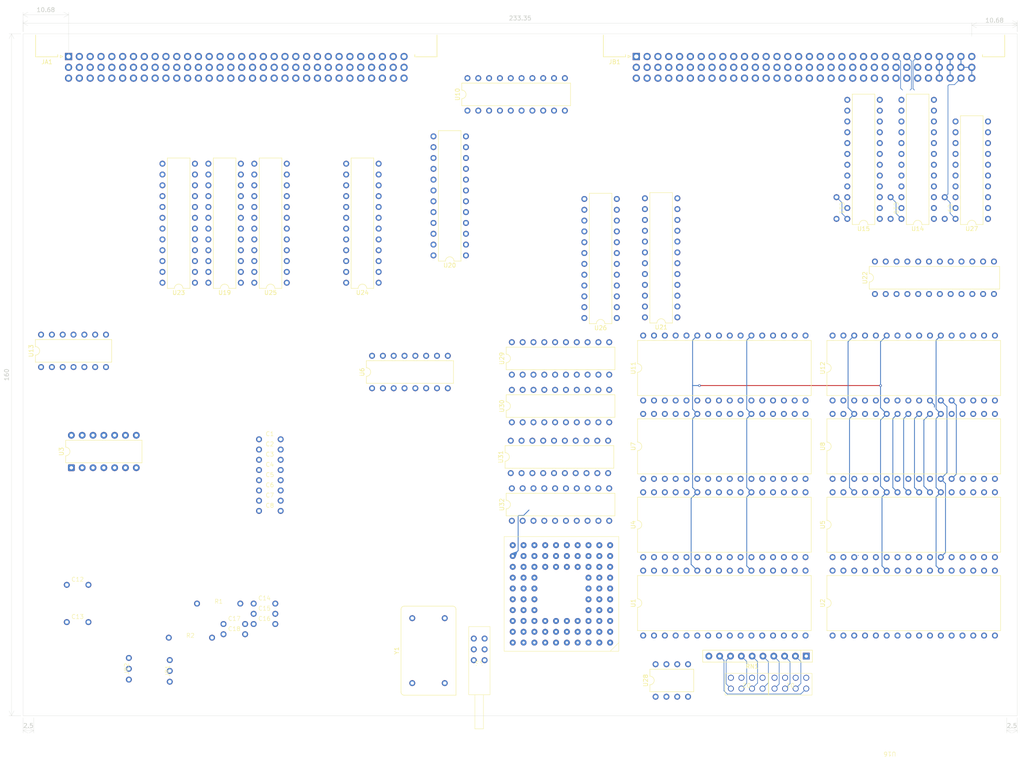
<source format=kicad_pcb>
(kicad_pcb (version 20241229) (generator "pcbnew") (generator_version "9.0")
  (layers (0 "F.Cu" signal) (4 "In1.Cu" signal) (6 "In2.Cu" signal) (2 "B.Cu" signal) (13 "F.Paste" user) (15 "B.Paste" user) (5 "F.SilkS" user "F.Silkscreen") (7 "B.SilkS" user "B.Silkscreen") (1 "F.Mask" user) (3 "B.Mask" user) (25 "Edge.Cuts" user))
  (net 0 "")
  (net 66 "VBAT")
  (net 112 "+5V")
  (net 113 "/A11")
  (net 131 "Net-(U16-Cap_Plus)")
  (net 132 "Net-(U16-Cap_Minus)")
  (net 134 "Analyse")
  (net 141 "/Multibus/ADR8")
  (net 143 "~{CBRQ}")
  (net 147 "/Multibus/DAT7")
  (net 150 "/Multibus/ADR2")
  (net 151 "/Multibus/DAT2")
  (net 153 "/Multibus/ADR18")
  (net 157 "CLK10")
  (net 161 "/Multibus/ADR1")
  (net 163 "/Multibus/ADR15")
  (net 164 "/Multibus/ADR14")
  (net 165 "/Multibus/ADR19")
  (net 166 "/Multibus/ADR10")
  (net 167 "/Multibus/ADR0")
  (net 168 "~{BUSY}")
  (net 169 "/Multibus/DAT3")
  (net 170 "/Multibus/ADR3")
  (net 172 "/Multibus/ADR4")
  (net 174 "/Multibus/ADR11")
  (net 176 "/Multibus/DAT4")
  (net 177 "~{BREQ}")
  (net 178 "/Multibus/ADR12")
  (net 180 "/Multibus/DAT1")
  (net 183 "/Multibus/ADR17")
  (net 185 "/Multibus/DAT0")
  (net 186 "/Multibus/DAT5")
  (net 189 "/Multibus/ADR6")
  (net 190 "/Multibus/ADR7")
  (net 192 "/Multibus/ADR9")
  (net 193 "/Multibus/ADR16")
  (net 196 "/Multibus/ADR5")
  (net 197 "~{BPRN}")
  (net 199 "/Multibus/ADR13")
  (net 201 "/Multibus/DAT6")
  (net 202 "/RAM_SIZE")
  (net 203 "~{MCE1}")
  (net 216 "Net-(JP2-B)")
  (net 227 "Net-(JP2-A)")
  (net 230 "TPU_CLK")
  (net 233 "Net-(R1-Pad1)")
  (net 234 "EXT_CLK")
  (net 236 "Net-(RN1.2-R2.2)")
  (net 237 "Net-(RN1.5-R5.2)")
  (net 239 "Net-(RN1.8-R8.2)")
  (net 242 "Net-(RN1.3-R3.2)")
  (net 245 "Net-(RN1.4-R4.2)")
  (net 247 "Net-(RN1.6-R6.2)")
  (net 249 "Net-(RN1.1-R1.2)")
  (net 252 "Net-(RN1.7-R7.2)")
  (net 270 "/RAM/D7")
  (net 304 "~{MCE0}")
  (net 310 "/RAM/D3")
  (net 316 "~{MOE}")
  (net 317 "/RAM/D1")
  (net 318 "/RAM/D4")
  (net 319 "/RAM/D5")
  (net 320 "~{WB0}")
  (net 321 "/RAM/D0")
  (net 322 "/RAM/D6")
  (net 323 "PCLK")
  (net 324 "Net-(U21-I8)")
  (net 325 "Net-(U21-I7)")
  (net 326 "/RAM/D2")
  (net 327 "Net-(U21-I2)")
  (net 328 "Net-(U21-I{slash}O2)")
  (net 329 "Net-(U22-I7)")
  (net 330 "Net-(U23-I{slash}O7)")
  (net 331 "~{ALE}")
  (net 332 "unconnected-(U3-Pad2)")
  (net 333 "Net-(U28-PFI)")
  (net 336 "RESET_FROM_PC")
  (net 337 "~{INIT}")
  (net 338 "~{BCLK}")
  (net 339 "~{MRDC}")
  (net 340 "~{IOWC}")
  (net 341 "~{IORC}")
  (net 342 "~{XACK}")
  (net 343 "~{MWRC}")
  (net 345 "/~{RESET}")
  (net 346 "MRDC")
  (net 347 "IOWC")
  (net 348 "IORC")
  (net 349 "MWRC")
  (net 350 "Net-(U10-OEa)")
  (net 351 "RESET")
  (net 352 "RESET_FROM_BUTTON")
  (net 356 "Net-(U23-I12)")
  (net 358 "/RAM/D8")
  (net 359 "/RAM/D15")
  (net 360 "/RAM/D14")
  (net 361 "~{WB1}")
  (net 362 "/RAM/D9")
  (net 363 "/RAM/D12")
  (net 364 "/RAM/D13")
  (net 365 "/RAM/D11")
  (net 366 "/RAM/D10")
  (net 379 "/RAM/D17")
  (net 380 "/RAM/D18")
  (net 381 "~{WB2}")
  (net 382 "/RAM/D19")
  (net 383 "/RAM/D23")
  (net 384 "/RAM/D21")
  (net 385 "/RAM/D20")
  (net 386 "/RAM/D16")
  (net 387 "/RAM/D22")
  (net 388 "/RAM/D30")
  (net 389 "/RAM/D31")
  (net 390 "/RAM/D26")
  (net 391 "/RAM/D28")
  (net 392 "/RAM/D25")
  (net 393 "/RAM/D24")
  (net 394 "/RAM/D27")
  (net 395 "~{WB3}")
  (net 396 "/RAM/D29")
  (net 397 "Net-(U17.1-C)")
  (net 398 "BCLK")
  (net 399 "BUS_LE")
  (net 400 "~{BUS_OE}")
  (net 401 "Net-(U16-Mem_Rf)")
  (net 402 "Net-(U19-I{slash}O3)")
  (net 403 "Net-(U19-I{slash}O6)")
  (net 404 "/LED/D7")
  (net 405 "/LED/D4")
  (net 406 "/LED/D0")
  (net 407 "/LED/D2")
  (net 408 "/LED/D6")
  (net 409 "Net-(U19-I{slash}O2)")
  (net 410 "Net-(U19-I{slash}O0)")
  (net 411 "Net-(U19-I{slash}O5)")
  (net 412 "/LED/D5")
  (net 413 "Net-(U19-I{slash}O4)")
  (net 414 "Net-(U19-I{slash}O1)")
  (net 415 "/LED/D1")
  (net 416 "Net-(U19-I{slash}O7)")
  (net 417 "/LED/D3")
  (net 419 "Net-(U20-CLK{slash}I0)")
  (net 421 "Net-(U22-I9)")
  (net 424 "Net-(U24-CLK{slash}I0)")
  (net 426 "BUS_DIR")
  (net 428 "/LATCH/A23")
  (net 429 "/LATCH/A22")
  (net 430 "/LATCH/A20")
  (net 431 "/LATCH/A21")
  (net 433 "/LATCH/A26")
  (net 434 "/LATCH/A24")
  (net 436 "/LATCH/A29")
  (net 437 "/LATCH/A25")
  (net 438 "/LATCH/A27")
  (net 440 "/LATCH/A28")
  (net 442 "DM")
  (net 443 "A10")
  (net 444 "A6")
  (net 445 "A1")
  (net 446 "A9")
  (net 447 "A8")
  (net 448 "A13")
  (net 449 "A15")
  (net 450 "A11")
  (net 451 "A3")
  (net 452 "A2")
  (net 453 "A5")
  (net 454 "A16")
  (net 455 "A7")
  (net 456 "A12")
  (net 457 "A4")
  (net 458 "A14")
  (net 459 "A0")
  (net 460 "A17")
  (net 461 "A18")
  (net 462 "A19")
  (net 463 "AD9")
  (net 464 "AD26")
  (net 465 "RfD1")
  (net 466 "AD16")
  (net 467 "AD22")
  (net 468 "AD21")
  (net 469 "AD10")
  (net 470 "AD13")
  (net 471 "AD31")
  (net 472 "AD28")
  (net 473 "AD14")
  (net 474 "AD7")
  (net 475 "AD20")
  (net 476 "AD25")
  (net 477 "AD4")
  (net 478 "AD30")
  (net 479 "WrD0")
  (net 480 "AD17")
  (net 481 "AD8")
  (net 482 "AD18")
  (net 483 "AD24")
  (net 484 "AD2")
  (net 485 "AD29")
  (net 486 "AD19")
  (net 487 "AD5")
  (net 488 "AD12")
  (net 489 "AD27")
  (net 490 "AD3")
  (net 491 "AD6")
  (net 492 "AD23")
  (net 493 "AD15")
  (net 494 "AD11")
  (footprint "tpu:C104" (layer "F.Cu") (at 153.35 217.235)
    (property "Reference" "C16")
    (property "Value" "100nF")
  )
  (footprint "tpu:Oscillator_DIP-14-tight" (layer "F.Cu") (at 195.657 231.106 90)
    (property "Reference" "Y1")
    (property "Value" "IQXO-350C")
  )
  (footprint "tpu:DIP-32_W15.24mm-tight" (layer "F.Cu") (at 242.235 183.16 90)
    (property "Reference" "U7")
    (property "Value" "V62C5181024LL-70P")
  )
  (footprint "tpu:C104" (layer "F.Cu") (at 154.61 190.685)
    (property "Reference" "C8")
    (property "Value" "100nF")
  )
  (footprint "Resistor_THT:R_Array_SIP10" (layer "F.Cu") (at 280.505 224.77 180)
    (property "Reference" "RN1")
    (property "Value" "1k")
  )
  (footprint "tpu:DIP-32_W15.24mm-tight" (layer "F.Cu") (at 242.235 164.77 90)
    (property "Reference" "U11")
    (property "Value" "V62C5181024LL-70P")
  )
  (footprint "tpu:C104" (layer "F.Cu") (at 154.61 188.285)
    (property "Reference" "C7")
    (property "Value" "100nF")
  )
  (footprint "tpu:0903196X921" (layer "F.Cu") (at 279.985 78.8)
    (property "Reference" "JB1")
    (property "Value" "0903196X921")
  )
  (footprint "tpu:C104" (layer "F.Cu") (at 153.35 214.835)
    (property "Reference" "C15")
    (property "Value" "100nF")
  )
  (footprint "tpu:DIP-14_W7.62mm-tight" (layer "F.Cu") (at 100.915 156.933 90)
    (property "Reference" "U13")
    (property "Value" "74S37")
  )
  (footprint "tpu:C104" (layer "F.Cu") (at 154.61 178.685)
    (property "Reference" "C3")
    (property "Value" "100nF")
  )
  (footprint "tpu:C104" (layer "F.Cu") (at 154.61 176.285)
    (property "Reference" "C2")
    (property "Value" "100nF")
  )
  (footprint "tpu:C104" (layer "F.Cu") (at 287.605 119.6 -90)
    (property "Reference" "C11")
    (property "Value" "100nF")
  )
  (footprint "tpu:R101" (layer "F.Cu") (at 142.6 212.435)
    (property "Reference" "R1")
    (property "Value" "100")
  )
  (footprint "tpu:DIP-24_W7.62mm-tight" (layer "F.Cu") (at 147.805 137.13 180)
    (property "Reference" "U19")
    (property "Value" "PALCE20V8H-15PC/4")
  )
  (footprint "tpu:DIP-32_W15.24mm-tight" (layer "F.Cu") (at 286.685 219.94 90)
    (property "Reference" "U2")
    (property "Value" "V62C5181024LL-70P")
  )
  (footprint "tpu:DIP-8_W7.62mm-tight" (layer "F.Cu") (at 245.148 234.295 90)
    (property "Reference" "U28")
    (property "Value" "MAX690xPA")
  )
  (footprint "tpu:555-4001" (layer "F.Cu") (at 266.535 231.12 180)
    (property "Reference" "D2")
    (property "Value" "~")
  )
  (footprint "tpu:DIP-20_W7.62mm-tight" (layer "F.Cu") (at 323.165 122.14 180)
    (property "Reference" "U27")
    (property "Value" "74F640")
  )
  (footprint "tpu:DIP-20_W7.62mm-tight" (layer "F.Cu") (at 211.405 169.887 90)
    (property "Reference" "U30")
    (property "Value" "74F573")
  )
  (footprint "tpu:DIP-20_W7.62mm-tight" (layer "F.Cu") (at 211.405 158.711 90)
    (property "Reference" "U29")
    (property "Value" "74F573")
  )
  (footprint "tpu:DIP-32_W15.24mm-tight" (layer "F.Cu") (at 242.235 219.94 90)
    (property "Reference" "U1")
    (property "Value" "V62C5181024LL-70P")
  )
  (footprint "tpu:C104" (layer "F.Cu") (at 146.27 219.635)
    (property "Reference" "C18")
    (property "Value" "100nF")
  )
  (footprint "tpu:DIP-32_W15.24mm-tight" (layer "F.Cu") (at 242.235 201.55 90)
    (property "Reference" "U4")
    (property "Value" "V62C5181024LL-70P")
  )
  (footprint "tpu:1840.6131" (layer "F.Cu") (at 203.745 223.186)
    (property "Reference" "S1")
    (property "Value" "~")
  )
  (footprint "tpu:C104" (layer "F.Cu") (at 300.305 119.6 -90)
    (property "Reference" "C10")
    (property "Value" "100nF")
  )
  (footprint "tpu:DIP-24_W7.62mm-tight" (layer "F.Cu") (at 236.045 145.41 180)
    (property "Reference" "U26")
    (property "Value" "PALCE20V8H-15PC/4")
  )
  (footprint "tpu:C104" (layer "F.Cu") (at 109.49 208.035)
    (property "Reference" "C12")
    (property "Value" "100nF")
  )
  (footprint "tpu:C104" (layer "F.Cu") (at 154.61 181.085)
    (property "Reference" "C4")
    (property "Value" "100nF")
  )
  (footprint "tpu:C104" (layer "F.Cu") (at 154.61 183.485)
    (property "Reference" "C5")
    (property "Value" "100nF")
  )
  (footprint "tpu:C104" (layer "F.Cu") (at 313.005 119.6 -90)
    (property "Reference" "C9")
    (property "Value" "100nF")
  )
  (footprint "tpu:DIP-24_W7.62mm-tight" (layer "F.Cu") (at 296.62 139.78 90)
    (property "Reference" "U22")
    (property "Value" "PALCE20V8H-15PC/4")
  )
  (footprint "tpu:DIP-32_W15.24mm-tight" (layer "F.Cu") (at 286.685 201.55 90)
    (property "Reference" "U5")
    (property "Value" "V62C5181024LL-70P")
  )
  (footprint "tpu:DIP-32_W15.24mm-tight" (layer "F.Cu") (at 286.685 183.16 90)
    (property "Reference" "U8")
    (property "Value" "V62C5181024LL-70P")
  )
  (footprint "tpu:0903196X921" (layer "F.Cu") (at 146.735 78.8)
    (property "Reference" "JA1")
    (property "Value" "0903196X921")
  )
  (footprint "tpu:Jumper" (layer "F.Cu") (at 131.12 228.235 90)
    (property "Reference" "JP1")
    (property "Value" "Jumper")
  )
  (footprint "tpu:C104" (layer "F.Cu") (at 109.49 216.785)
    (property "Reference" "C13")
    (property "Value" "100nF")
  )
  (footprint "tpu:C104" (layer "F.Cu") (at 154.61 185.885)
    (property "Reference" "C6")
    (property "Value" "100nF")
  )
  (footprint "tpu:DIP-16_W7.62mm-tight" (layer "F.Cu") (at 178.6 161.9 90)
    (property "Reference" "U6")
    (property "Value" "74LS123")
  )
  (footprint "tpu:DIP-24_W7.62mm-tight" (layer "F.Cu") (at 310.465 122.14 180)
    (property "Reference" "U14")
    (property "Value" "74F842")
  )
  (footprint "tpu:C104" (layer "F.Cu") (at 154.61 173.885)
    (property "Reference" "C1")
    (property "Value" "100nF")
  )
  (footprint "tpu:DIP-20_W7.62mm-tight" (layer "F.Cu") (at 211.405 193.006 90)
    (property "Reference" "U32")
    (property "Value" "74F573")
  )
  (footprint "tpu:DIP-24_W7.62mm-tight" (layer "F.Cu") (at 180.145 137.13 180)
    (property "Reference" "U24")
    (property "Value" "PALCE20V8H-15PC/4")
  )
  (footprint "tpu:DIP-32_W15.24mm-tight" (layer "F.Cu") (at 286.685 164.77 90)
    (property "Reference" "U12")
    (property "Value" "V62C5181024LL-70P")
  )
  (footprint "tpu:DIP-24_W7.62mm-tight" (layer "F.Cu") (at 200.635 130.72 180)
    (property "Reference" "U20")
    (property "Value" "PALCE20V8H-15PC/4")
  )
  (footprint "tpu:DIP-24_W7.62mm-tight" (layer "F.Cu") (at 250.262 145.254 180)
    (property "Reference" "U21")
    (property "Value" "PALCE20V8H-15PC/4")
  )
  (footprint "Package_DIP:DIP-14_W7.62mm" (layer "F.Cu") (at 108.027 180.555 90)
    (property "Reference" "U3")
    (property "Value" "74F32")
  )
  (footprint "tpu:DIP-24_W7.62mm-tight" (layer "F.Cu") (at 137.025 137.13 180)
    (property "Reference" "U23")
    (property "Value" "PALCE20V8H-15PC/4")
  )
  (footprint "tpu:DIP-24_W7.62mm-tight" (layer "F.Cu") (at 297.765 122.14 180)
    (property "Reference" "U15")
    (property "Value" "74F842")
  )
  (footprint "tpu:DIP-20_W7.62mm-tight" (layer "F.Cu") (at 200.991 96.74 90)
    (property "Reference" "U10")
    (property "Value" "74F240")
  )
  (footprint "tpu:555-4001" (layer "F.Cu") (at 276.785 231.12 180)
    (property "Reference" "D1")
    (property "Value" "~")
  )
  (footprint "tpu:C104" (layer "F.Cu") (at 153.35 212.435)
    (property "Reference" "C14")
    (property "Value" "100nF")
  )
  (footprint "tpu:Jumper" (layer "F.Cu") (at 121.52 227.735 90)
    (property "Reference" "JP2")
    (property "Value" "Jumper")
  )
  (footprint "tpu:R101" (layer "F.Cu") (at 135.967 220.438)
    (property "Reference" "R2")
    (property "Value" "100")
  )
  (footprint "tpu:C104" (layer "F.Cu") (at 146.27 217.235)
    (property "Reference" "C17")
    (property "Value" "100nF")
  )
  (footprint "tpu:DIP-20_W7.62mm-tight" (layer "F.Cu") (at 211.151 181.825 90)
    (property "Reference" "U31")
    (property "Value" "74F573")
  )
  (footprint "tpu:DIP-24_W7.62mm-tight" (layer "F.Cu") (at 158.585 137.13 180)
    (property "Reference" "U25")
    (property "Value" "PALCE20V8H-15PC/4")
  )
  (footprint "tpu:84pin grid array" (layer "F.Cu") (at 223.05 210.165 180)
    (property "Reference" "U16")
    (property "Value" "~")
  )
  (gr_rect (start 96.685 78.74) (end 330.035 238.74) (stroke (width 0.05)) (fill no) (layer "Edge.Cuts"))
  (dimension (type orthogonal) (layer "Edge.Cuts") (pts (xy 330.035 238.74) (xy 327.535 238.74)) (height 3.5) (orientation 0) (format (prefix "") (suffix "") (units 3) (units_format 0) (precision 4) (suppress_zeroes yes)) (style (thickness 0.05) (arrow_length 1.27) (text_position_mode 0) (arrow_direction outward) (extension_height 0.58642) (extension_offset 0.5) (keep_text_aligned yes)) (gr_text "2,5" (at 328.785 241.09 0) (layer "Edge.Cuts") (effects (font (size 1 1) (thickness 0.15)))))
  (dimension (type orthogonal) (layer "Edge.Cuts") (pts (xy 330.035 78.74) (xy 319.355 79.8)) (height -2.03) (orientation 0) (format (prefix "") (suffix "") (units 3) (units_format 0) (precision 4) (suppress_zeroes yes)) (style (thickness 0.05) (arrow_length 1.27) (text_position_mode 0) (arrow_direction outward) (extension_height 0.58642) (extension_offset 0.5) (keep_text_aligned yes)) (gr_text "10,68" (at 324.695 75.56 0) (layer "Edge.Cuts") (effects (font (size 1 1) (thickness 0.15)))))
  (dimension (type orthogonal) (layer "Edge.Cuts") (pts (xy 96.685 78.74) (xy 330.035 78.74)) (height -2.54) (orientation 0) (format (prefix "") (suffix "") (units 3) (units_format 0) (precision 4) (suppress_zeroes yes)) (style (thickness 0.05) (arrow_length 1.27) (text_position_mode 0) (arrow_direction outward) (extension_height 0.58642) (extension_offset 0.5) (keep_text_aligned yes)) (gr_text "233,35" (at 213.36 75.05 0) (layer "Edge.Cuts") (effects (font (size 1 1) (thickness 0.15)))))
  (dimension (type orthogonal) (layer "Edge.Cuts") (pts (xy 96.685 78.74) (xy 107.365 84.39)) (height -4.5) (orientation 0) (format (prefix "") (suffix "") (units 3) (units_format 0) (precision 5) (suppress_zeroes yes)) (style (thickness 0.05) (arrow_length 1.27) (text_position_mode 0) (arrow_direction outward) (extension_height 0.58642) (extension_offset 0.5) (keep_text_aligned yes)) (gr_text "10,68" (at 102.025 73.09 0) (layer "Edge.Cuts") (effects (font (size 1 1) (thickness 0.15)))))
  (dimension (type orthogonal) (layer "Edge.Cuts") (pts (xy 99.185 238.74) (xy 96.685 238.74)) (height 3.5) (orientation 0) (format (prefix "") (suffix "") (units 3) (units_format 0) (precision 4) (suppress_zeroes yes)) (style (thickness 0.05) (arrow_length 1.27) (text_position_mode 0) (arrow_direction outward) (extension_height 0.58642) (extension_offset 0.5) (keep_text_aligned yes)) (gr_text "2,5" (at 97.935 241.09 0) (layer "Edge.Cuts") (effects (font (size 1 1) (thickness 0.15)))))
  (dimension (type orthogonal) (layer "Edge.Cuts") (pts (xy 96.685 238.74) (xy 96.685 78.74)) (height -2.705) (orientation 1) (format (prefix "") (suffix "") (units 3) (units_format 0) (precision 4) (suppress_zeroes yes)) (style (thickness 0.05) (arrow_length 1.27) (text_position_mode 0) (arrow_direction outward) (extension_height 0.58642) (extension_offset 0.5) (keep_text_aligned yes)) (gr_text "160" (at 92.83 158.74 90) (layer "Edge.Cuts") (effects (font (size 1 1) (thickness 0.15)))))
  (segment (start 313.005 117.06) (end 313.767 116.298) (width 0.15) (layer "B.Cu") (net 112))
  (segment (start 315.291 90.644) (end 316.815 89.12) (width 0.15) (layer "B.Cu") (net 112))
  (segment (start 319.355 86.58) (end 316.815 86.58) (width 0.2) (layer "B.Cu") (net 112))
  (segment (start 288.875 118.33) (end 288.875 120.87) (width 0.15) (layer "B.Cu") (net 112))
  (segment (start 292.697 201.137082) (end 292.716 201.156082) (width 0.2) (layer "B.Cu") (net 112))
  (segment (start 291.765 149.53) (end 290.326 150.969) (width 0.2) (layer "B.Cu") (net 112))
  (segment (start 290.664 169.021) (end 290.664 185.209) (width 0.2) (layer "B.Cu") (net 112))
  (segment (start 314.275 118.33) (end 314.275 120.87) (width 0.15) (layer "B.Cu") (net 112))
  (segment (start 313.005 117.06) (end 314.275 118.33) (width 0.15) (layer "B.Cu") (net 112))
  (segment (start 287.605 117.06) (end 288.875 118.33) (width 0.15) (layer "B.Cu") (net 112))
  (segment (start 300.305 117.06) (end 301.575 118.33) (width 0.15) (layer "B.Cu") (net 112))
  (segment (start 290.664 185.209) (end 291.765 186.31) (width 0.2) (layer "B.Cu") (net 112))
  (segment (start 301.575 118.33) (end 301.575 120.87) (width 0.15) (layer "B.Cu") (net 112))
  (segment (start 319.355 86.58) (end 319.355 89.12) (width 0.2) (layer "B.Cu") (net 112))
  (segment (start 288.875 120.87) (end 290.145 122.14) (width 0.15) (layer "B.Cu") (net 112))
  (segment (start 313.767 116.298) (end 313.767 90.898) (width 0.15) (layer "B.Cu") (net 112))
  (segment (start 314.021 90.644) (end 315.291 90.644) (width 0.15) (layer "B.Cu") (net 112))
  (segment (start 301.575 120.87) (end 302.845 122.14) (width 0.15) (layer "B.Cu") (net 112))
  (segment (start 290.326 150.969) (end 290.326 166.481) (width 0.2) (layer "B.Cu") (net 112))
  (segment (start 316.815 84.04) (end 316.815 86.58) (width 0.2) (layer "B.Cu") (net 112))
  (segment (start 314.275 120.87) (end 315.545 122.14) (width 0.15) (layer "B.Cu") (net 112))
  (segment (start 313.767 90.898) (end 314.021 90.644) (width 0.15) (layer "B.Cu") (net 112))
  (segment (start 290.326 166.481) (end 291.765 167.92) (width 0.2) (layer "B.Cu") (net 112))
  (segment (start 291.765 167.92) (end 290.664 169.021) (width 0.2) (layer "B.Cu") (net 112))
  (segment (start 305.579 91.6) (end 305.893 91.914) (width 0.15) (layer "B.Cu") (net 151))
  (segment (start 305.579 85.116) (end 305.579 91.6) (width 0.15) (layer "B.Cu") (net 151))
  (segment (start 306.655 84.04) (end 305.579 85.116) (width 0.15) (layer "B.Cu") (net 151))
  (segment (start 305.191 91.6) (end 304.877 91.914) (width 0.15) (layer "B.Cu") (net 176))
  (segment (start 304.115 84.04) (end 305.191 85.116) (width 0.15) (layer "B.Cu") (net 176))
  (segment (start 305.191 85.116) (end 305.191 91.6) (width 0.15) (layer "B.Cu") (net 176))
  (segment (start 301.575 84.04) (end 302.651 85.116) (width 0.15) (layer "B.Cu") (net 201))
  (segment (start 302.651 85.116) (end 302.651 91.466) (width 0.15) (layer "B.Cu") (net 201))
  (segment (start 302.651 91.466) (end 303.099 91.914) (width 0.15) (layer "B.Cu") (net 201))
  (segment (start 312.085 167.92) (end 310.984 169.021) (width 0.2) (layer "B.Cu") (net 203))
  (segment (start 310.984 185.209) (end 312.085 186.31) (width 0.2) (layer "B.Cu") (net 203))
  (segment (start 310.984 166.819) (end 312.085 167.92) (width 0.2) (layer "B.Cu") (net 203))
  (segment (start 312.085 149.53) (end 310.984 150.631) (width 0.2) (layer "B.Cu") (net 203))
  (segment (start 310.984 169.021) (end 310.984 185.209) (width 0.2) (layer "B.Cu") (net 203))
  (segment (start 310.984 187.411) (end 310.984 203.599) (width 0.2) (layer "B.Cu") (net 203))
  (segment (start 310.984 203.599) (end 312.085 204.7) (width 0.2) (layer "B.Cu") (net 203))
  (segment (start 310.984 150.631) (end 310.984 166.819) (width 0.2) (layer "B.Cu") (net 203))
  (segment (start 312.085 186.31) (end 310.984 187.411) (width 0.2) (layer "B.Cu") (net 203))
  (segment (start 276.695 231.24) (end 275.545 232.39) (width 0.15) (layer "B.Cu") (net 236))
  (segment (start 275.425 224.77) (end 276.695 226.04) (width 0.15) (layer "B.Cu") (net 236))
  (segment (start 276.695 226.04) (end 276.695 231.24) (width 0.15) (layer "B.Cu") (net 236))
  (segment (start 269.075 226.04) (end 269.075 231.12) (width 0.15) (layer "B.Cu") (net 237))
  (segment (start 269.045 231.12) (end 267.775 232.39) (width 0.15) (layer "B.Cu") (net 237))
  (segment (start 269.075 231.12) (end 269.045 231.12) (width 0.15) (layer "B.Cu") (net 237))
  (segment (start 267.805 224.77) (end 269.075 226.04) (width 0.15) (layer "B.Cu") (net 237))
  (segment (start 279.235 233.66) (end 261.963 233.66) (width 0.15) (layer "B.Cu") (net 239))
  (segment (start 280.505 232.39) (end 279.235 233.66) (width 0.15) (layer "B.Cu") (net 239))
  (segment (start 261.201 225.786) (end 260.185 224.77) (width 0.15) (layer "B.Cu") (net 239))
  (segment (start 261.201 232.898) (end 261.201 225.786) (width 0.15) (layer "B.Cu") (net 239))
  (segment (start 261.963 233.66) (end 261.201 232.898) (width 0.15) (layer "B.Cu") (net 239))
  (segment (start 274.155 226.04) (end 274.155 231.3) (width 0.15) (layer "B.Cu") (net 242))
  (segment (start 274.155 231.3) (end 273.065 232.39) (width 0.15) (layer "B.Cu") (net 242))
  (segment (start 272.885 224.77) (end 274.155 226.04) (width 0.15) (layer "B.Cu") (net 242))
  (segment (start 271.525 231.12) (end 270.255 232.39) (width 0.15) (layer "B.Cu") (net 245))
  (segment (start 271.615 231.12) (end 271.525 231.12) (width 0.15) (layer "B.Cu") (net 245))
  (segment (start 270.345 224.77) (end 271.615 226.04) (width 0.15) (layer "B.Cu") (net 245))
  (segment (start 271.615 226.04) (end 271.615 231.12) (width 0.15) (layer "B.Cu") (net 245))
  (segment (start 266.535 231.15) (end 265.295 232.39) (width 0.15) (layer "B.Cu") (net 247))
  (segment (start 265.265 224.77) (end 266.535 226.04) (width 0.15) (layer "B.Cu") (net 247))
  (segment (start 266.535 226.04) (end 266.535 231.15) (width 0.15) (layer "B.Cu") (net 247))
  (segment (start 277.965 224.77) (end 279.235 226.04) (width 0.15) (layer "B.Cu") (net 249))
  (segment (start 279.235 226.04) (end 279.235 231.18) (width 0.15) (layer "B.Cu") (net 249))
  (segment (start 279.235 231.18) (end 278.025 232.39) (width 0.15) (layer "B.Cu") (net 249))
  (segment (start 262.725 224.77) (end 261.709 225.786) (width 0.15) (layer "B.Cu") (net 252))
  (segment (start 261.709 225.786) (end 261.709 231.284) (width 0.15) (layer "B.Cu") (net 252))
  (segment (start 261.709 231.284) (end 262.815 232.39) (width 0.15) (layer "B.Cu") (net 252))
  (segment (start 266.534 187.411) (end 266.534 203.599) (width 0.2) (layer "B.Cu") (net 304))
  (segment (start 267.635 149.53) (end 266.534 150.631) (width 0.2) (layer "B.Cu") (net 304))
  (segment (start 266.534 185.209) (end 267.635 186.31) (width 0.2) (layer "B.Cu") (net 304))
  (segment (start 266.534 203.599) (end 267.635 204.7) (width 0.2) (layer "B.Cu") (net 304))
  (segment (start 266.534 169.021) (end 266.534 185.209) (width 0.2) (layer "B.Cu") (net 304))
  (segment (start 266.534 166.819) (end 267.635 167.92) (width 0.2) (layer "B.Cu") (net 304))
  (segment (start 267.635 186.31) (end 266.534 187.411) (width 0.2) (layer "B.Cu") (net 304))
  (segment (start 267.635 167.92) (end 266.534 169.021) (width 0.2) (layer "B.Cu") (net 304))
  (segment (start 266.534 150.631) (end 266.534 166.819) (width 0.2) (layer "B.Cu") (net 304))
  (segment (start 305.904 185.209) (end 307.005 186.31) (width 0.2) (layer "B.Cu") (net 316))
  (segment (start 305.904 169.021) (end 305.904 185.209) (width 0.2) (layer "B.Cu") (net 316))
  (segment (start 307.005 167.92) (end 305.904 169.021) (width 0.2) (layer "B.Cu") (net 316))
  (segment (start 311.735 86.58) (end 311.735 89.12) (width 0.2) (layer "B.Cu") (net 442))
  (segment (start 314.275 84.04) (end 314.275 86.58) (width 0.2) (layer "B.Cu") (net 442))
  (segment (start 314.275 86.58) (end 314.275 89.12) (width 0.2) (layer "B.Cu") (net 442))
  (segment (start 311.735 84.04) (end 311.735 86.58) (width 0.2) (layer "B.Cu") (net 442))
  (segment (start 309.545 167.92) (end 308.106 169.359) (width 0.2) (layer "B.Cu") (net 443))
  (segment (start 308.106 184.871) (end 309.545 186.31) (width 0.2) (layer "B.Cu") (net 443))
  (segment (start 308.106 169.359) (end 308.106 184.871) (width 0.2) (layer "B.Cu") (net 443))
  (segment (start 312.085 183.16) (end 313.186 184.261) (width 0.2) (layer "B.Cu") (net 445))
  (segment (start 312.085 164.77) (end 313.524 166.209) (width 0.2) (layer "B.Cu") (net 445))
  (segment (start 313.186 200.449) (end 312.085 201.55) (width 0.2) (layer "B.Cu") (net 445))
  (segment (start 313.524 181.721) (end 312.085 183.16) (width 0.2) (layer "B.Cu") (net 445))
  (segment (start 313.524 166.209) (end 313.524 181.721) (width 0.2) (layer "B.Cu") (net 445))
  (segment (start 313.186 184.261) (end 313.186 200.449) (width 0.2) (layer "B.Cu") (net 445))
  (segment (start 300.824 185.209) (end 301.925 186.31) (width 0.2) (layer "B.Cu") (net 446))
  (segment (start 300.824 169.021) (end 300.824 185.209) (width 0.2) (layer "B.Cu") (net 446))
  (segment (start 301.925 167.92) (end 300.824 169.021) (width 0.2) (layer "B.Cu") (net 446))
  (segment (start 255.435 161.27) (end 297.946 161.27) (width 0.2) (layer "F.Cu") (net 447))
  (via (at 297.946 161.27) (size 0.6) (drill 0.3) (layers "F.Cu" "B.Cu") (net 447))
  (via (at 255.435 161.27) (size 0.6) (drill 0.3) (layers "F.Cu" "B.Cu") (net 447))
  (segment (start 253.834 166.819) (end 254.935 167.92) (width 0.2) (layer "B.Cu") (net 447))
  (segment (start 254.935 149.53) (end 253.834 150.631) (width 0.2) (layer "B.Cu") (net 447))
  (segment (start 297.946 184.871) (end 299.385 186.31) (width 0.2) (layer "B.Cu") (net 447))
  (segment (start 297.946 169.359) (end 297.946 184.871) (width 0.2) (layer "B.Cu") (net 447))
  (segment (start 253.834 150.631) (end 253.834 161.27) (width 0.2) (layer "B.Cu") (net 447))
  (segment (start 254.935 167.92) (end 253.834 169.021) (width 0.2) (layer "B.Cu") (net 447))
  (segment (start 299.385 186.31) (end 298.284 187.411) (width 0.2) (layer "B.Cu") (net 447))
  (segment (start 253.834 169.021) (end 253.834 185.209) (width 0.2) (layer "B.Cu") (net 447))
  (segment (start 297.946 150.969) (end 297.946 161.27) (width 0.2) (layer "B.Cu") (net 447))
  (segment (start 253.496 187.749) (end 253.496 203.261) (width 0.2) (layer "B.Cu") (net 447))
  (segment (start 297.946 166.481) (end 299.385 167.92) (width 0.2) (layer "B.Cu") (net 447))
  (segment (start 297.946 161.27) (end 297.946 166.481) (width 0.2) (layer "B.Cu") (net 447))
  (segment (start 299.385 167.92) (end 297.946 169.359) (width 0.2) (layer "B.Cu") (net 447))
  (segment (start 253.834 161.27) (end 255.435 161.27) (width 0.2) (layer "B.Cu") (net 447))
  (segment (start 298.284 187.411) (end 298.284 203.599) (width 0.2) (layer "B.Cu") (net 447))
  (segment (start 253.834 161.27) (end 253.834 166.819) (width 0.2) (layer "B.Cu") (net 447))
  (segment (start 298.284 203.599) (end 299.385 204.7) (width 0.2) (layer "B.Cu") (net 447))
  (segment (start 254.935 186.31) (end 253.496 187.749) (width 0.2) (layer "B.Cu") (net 447))
  (segment (start 253.834 185.209) (end 254.935 186.31) (width 0.2) (layer "B.Cu") (net 447))
  (segment (start 299.385 149.53) (end 297.946 150.969) (width 0.2) (layer "B.Cu") (net 447))
  (segment (start 253.496 203.261) (end 254.935 204.7) (width 0.2) (layer "B.Cu") (net 447))
  (segment (start 303.364 169.021) (end 303.364 185.209) (width 0.2) (layer "B.Cu") (net 450))
  (segment (start 303.364 185.209) (end 304.465 186.31) (width 0.2) (layer "B.Cu") (net 450))
  (segment (start 304.465 167.92) (end 303.364 169.021) (width 0.2) (layer "B.Cu") (net 450))
  (segment (start 309.545 164.77) (end 310.583 165.808) (width 0.2) (layer "B.Cu") (net 452))
  (segment (start 310.583 165.808) (end 310.583 166.35) (width 0.2) (layer "B.Cu") (net 452))
  (segment (start 315.726 182.059) (end 314.625 183.16) (width 0.2) (layer "B.Cu") (net 459))
  (segment (start 315.726 165.871) (end 315.726 182.059) (width 0.2) (layer "B.Cu") (net 459))
  (segment (start 314.625 164.77) (end 315.726 165.871) (width 0.2) (layer "B.Cu") (net 459))
  (segment (start 213.017 191.75) (end 214.16 191.75) (width 0.2) (layer "B.Cu") (net 484))
  (segment (start 214.16 191.75) (end 215.43 190.48) (width 0.2) (layer "B.Cu") (net 484))
  (segment (start 212.89 200.005) (end 212.89 191.877) (width 0.2) (layer "B.Cu") (net 484))
  (segment (start 212.89 191.877) (end 213.017 191.75) (width 0.2) (layer "B.Cu") (net 484))
  (segment (start 211.62 201.275) (end 212.89 200.005) (width 0.2) (layer "B.Cu") (net 484))
)
</source>
